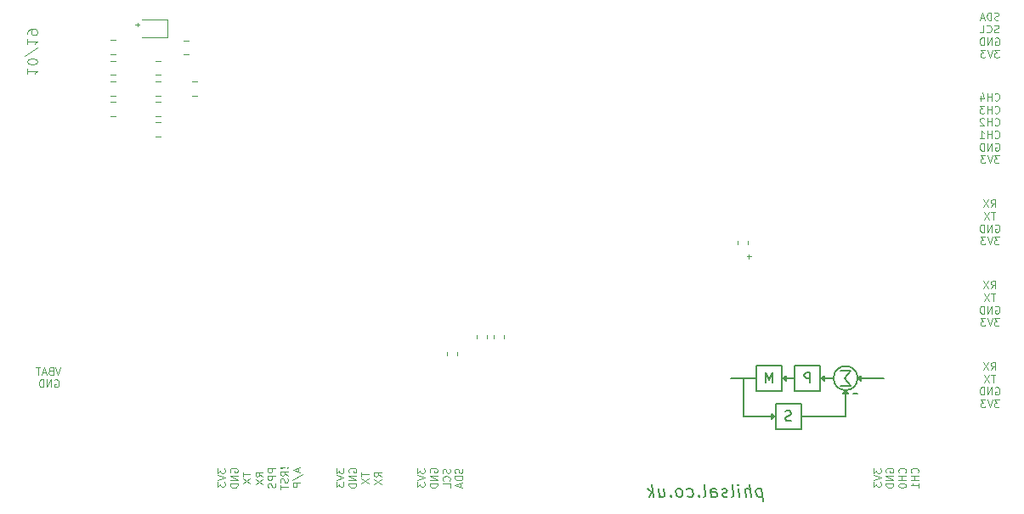
<source format=gbo>
G04 #@! TF.GenerationSoftware,KiCad,Pcbnew,(5.1.2)-2*
G04 #@! TF.CreationDate,2019-10-30T14:31:15+01:00*
G04 #@! TF.ProjectId,Hades,48616465-732e-46b6-9963-61645f706362,rev?*
G04 #@! TF.SameCoordinates,Original*
G04 #@! TF.FileFunction,Legend,Bot*
G04 #@! TF.FilePolarity,Positive*
%FSLAX46Y46*%
G04 Gerber Fmt 4.6, Leading zero omitted, Abs format (unit mm)*
G04 Created by KiCad (PCBNEW (5.1.2)-2) date 2019-10-30 14:31:15*
%MOMM*%
%LPD*%
G04 APERTURE LIST*
%ADD10C,0.050000*%
%ADD11C,0.100000*%
%ADD12C,0.150000*%
%ADD13C,0.120000*%
G04 APERTURE END LIST*
D10*
X98513876Y-60335314D02*
X98132923Y-60335314D01*
X98323400Y-60525790D02*
X98323400Y-60144838D01*
X37579276Y-37195914D02*
X37198323Y-37195914D01*
X37388800Y-37386390D02*
X37388800Y-37005438D01*
D11*
X26420819Y-41544666D02*
X26420819Y-42116095D01*
X26420819Y-41830380D02*
X27420819Y-41830380D01*
X27277961Y-41925619D01*
X27182723Y-42020857D01*
X27135104Y-42116095D01*
X27420819Y-40925619D02*
X27420819Y-40830380D01*
X27373200Y-40735142D01*
X27325580Y-40687523D01*
X27230342Y-40639904D01*
X27039866Y-40592285D01*
X26801771Y-40592285D01*
X26611295Y-40639904D01*
X26516057Y-40687523D01*
X26468438Y-40735142D01*
X26420819Y-40830380D01*
X26420819Y-40925619D01*
X26468438Y-41020857D01*
X26516057Y-41068476D01*
X26611295Y-41116095D01*
X26801771Y-41163714D01*
X27039866Y-41163714D01*
X27230342Y-41116095D01*
X27325580Y-41068476D01*
X27373200Y-41020857D01*
X27420819Y-40925619D01*
X27468438Y-39449428D02*
X26182723Y-40306571D01*
X26420819Y-38592285D02*
X26420819Y-39163714D01*
X26420819Y-38878000D02*
X27420819Y-38878000D01*
X27277961Y-38973238D01*
X27182723Y-39068476D01*
X27135104Y-39163714D01*
X26420819Y-38116095D02*
X26420819Y-37925619D01*
X26468438Y-37830380D01*
X26516057Y-37782761D01*
X26658914Y-37687523D01*
X26849390Y-37639904D01*
X27230342Y-37639904D01*
X27325580Y-37687523D01*
X27373200Y-37735142D01*
X27420819Y-37830380D01*
X27420819Y-38020857D01*
X27373200Y-38116095D01*
X27325580Y-38163714D01*
X27230342Y-38211333D01*
X26992247Y-38211333D01*
X26897009Y-38163714D01*
X26849390Y-38116095D01*
X26801771Y-38020857D01*
X26801771Y-37830380D01*
X26849390Y-37735142D01*
X26897009Y-37687523D01*
X26992247Y-37639904D01*
D12*
X99559267Y-83488642D02*
X99715517Y-84738642D01*
X99566708Y-83548166D02*
X99440220Y-83488642D01*
X99202125Y-83488642D01*
X99090517Y-83548166D01*
X99038434Y-83607690D01*
X98993791Y-83726738D01*
X99038434Y-84083880D01*
X99112839Y-84202928D01*
X99179803Y-84262452D01*
X99306291Y-84321976D01*
X99544386Y-84321976D01*
X99655994Y-84262452D01*
X98532482Y-84321976D02*
X98376232Y-83071976D01*
X97996767Y-84321976D02*
X97914922Y-83667214D01*
X97959565Y-83548166D01*
X98071172Y-83488642D01*
X98249744Y-83488642D01*
X98376232Y-83548166D01*
X98443196Y-83607690D01*
X97401529Y-84321976D02*
X97297363Y-83488642D01*
X97245279Y-83071976D02*
X97312244Y-83131500D01*
X97260160Y-83191023D01*
X97193196Y-83131500D01*
X97245279Y-83071976D01*
X97260160Y-83191023D01*
X96627720Y-84321976D02*
X96739327Y-84262452D01*
X96783970Y-84143404D01*
X96650041Y-83071976D01*
X96203613Y-84262452D02*
X96092005Y-84321976D01*
X95853910Y-84321976D01*
X95727422Y-84262452D01*
X95653017Y-84143404D01*
X95645577Y-84083880D01*
X95690220Y-83964833D01*
X95801827Y-83905309D01*
X95980398Y-83905309D01*
X96092005Y-83845785D01*
X96136648Y-83726738D01*
X96129208Y-83667214D01*
X96054803Y-83548166D01*
X95928315Y-83488642D01*
X95749744Y-83488642D01*
X95638136Y-83548166D01*
X94603910Y-84321976D02*
X94522065Y-83667214D01*
X94566708Y-83548166D01*
X94678315Y-83488642D01*
X94916410Y-83488642D01*
X95042898Y-83548166D01*
X94596470Y-84262452D02*
X94722958Y-84321976D01*
X95020577Y-84321976D01*
X95132184Y-84262452D01*
X95176827Y-84143404D01*
X95161946Y-84024357D01*
X95087541Y-83905309D01*
X94961053Y-83845785D01*
X94663434Y-83845785D01*
X94536946Y-83786261D01*
X93830101Y-84321976D02*
X93941708Y-84262452D01*
X93986351Y-84143404D01*
X93852422Y-83071976D01*
X93339029Y-84202928D02*
X93286946Y-84262452D01*
X93353910Y-84321976D01*
X93405994Y-84262452D01*
X93339029Y-84202928D01*
X93353910Y-84321976D01*
X92215517Y-84262452D02*
X92342005Y-84321976D01*
X92580101Y-84321976D01*
X92691708Y-84262452D01*
X92743791Y-84202928D01*
X92788434Y-84083880D01*
X92743791Y-83726738D01*
X92669386Y-83607690D01*
X92602422Y-83548166D01*
X92475934Y-83488642D01*
X92237839Y-83488642D01*
X92126232Y-83548166D01*
X91508672Y-84321976D02*
X91620279Y-84262452D01*
X91672363Y-84202928D01*
X91717005Y-84083880D01*
X91672363Y-83726738D01*
X91597958Y-83607690D01*
X91530994Y-83548166D01*
X91404505Y-83488642D01*
X91225934Y-83488642D01*
X91114327Y-83548166D01*
X91062244Y-83607690D01*
X91017601Y-83726738D01*
X91062244Y-84083880D01*
X91136648Y-84202928D01*
X91203613Y-84262452D01*
X91330101Y-84321976D01*
X91508672Y-84321976D01*
X90541410Y-84202928D02*
X90489327Y-84262452D01*
X90556291Y-84321976D01*
X90608375Y-84262452D01*
X90541410Y-84202928D01*
X90556291Y-84321976D01*
X89321172Y-83488642D02*
X89425339Y-84321976D01*
X89856886Y-83488642D02*
X89938732Y-84143404D01*
X89894089Y-84262452D01*
X89782482Y-84321976D01*
X89603910Y-84321976D01*
X89477422Y-84262452D01*
X89410458Y-84202928D01*
X88830101Y-84321976D02*
X88673851Y-83071976D01*
X88651529Y-83845785D02*
X88353910Y-84321976D01*
X88249744Y-83488642D02*
X88785458Y-83964833D01*
D11*
X29743642Y-71369685D02*
X29493642Y-72119685D01*
X29243642Y-71369685D01*
X28743642Y-71726828D02*
X28636500Y-71762542D01*
X28600785Y-71798257D01*
X28565071Y-71869685D01*
X28565071Y-71976828D01*
X28600785Y-72048257D01*
X28636500Y-72083971D01*
X28707928Y-72119685D01*
X28993642Y-72119685D01*
X28993642Y-71369685D01*
X28743642Y-71369685D01*
X28672214Y-71405400D01*
X28636500Y-71441114D01*
X28600785Y-71512542D01*
X28600785Y-71583971D01*
X28636500Y-71655400D01*
X28672214Y-71691114D01*
X28743642Y-71726828D01*
X28993642Y-71726828D01*
X28279357Y-71905400D02*
X27922214Y-71905400D01*
X28350785Y-72119685D02*
X28100785Y-71369685D01*
X27850785Y-72119685D01*
X27707928Y-71369685D02*
X27279357Y-71369685D01*
X27493642Y-72119685D02*
X27493642Y-71369685D01*
X29146428Y-72650000D02*
X29217857Y-72614285D01*
X29325000Y-72614285D01*
X29432142Y-72650000D01*
X29503571Y-72721428D01*
X29539285Y-72792857D01*
X29575000Y-72935714D01*
X29575000Y-73042857D01*
X29539285Y-73185714D01*
X29503571Y-73257142D01*
X29432142Y-73328571D01*
X29325000Y-73364285D01*
X29253571Y-73364285D01*
X29146428Y-73328571D01*
X29110714Y-73292857D01*
X29110714Y-73042857D01*
X29253571Y-73042857D01*
X28789285Y-73364285D02*
X28789285Y-72614285D01*
X28360714Y-73364285D01*
X28360714Y-72614285D01*
X28003571Y-73364285D02*
X28003571Y-72614285D01*
X27825000Y-72614285D01*
X27717857Y-72650000D01*
X27646428Y-72721428D01*
X27610714Y-72792857D01*
X27575000Y-72935714D01*
X27575000Y-73042857D01*
X27610714Y-73185714D01*
X27646428Y-73257142D01*
X27717857Y-73328571D01*
X27825000Y-73364285D01*
X28003571Y-73364285D01*
X45372785Y-81494428D02*
X45372785Y-81958714D01*
X45658500Y-81708714D01*
X45658500Y-81815857D01*
X45694214Y-81887285D01*
X45729928Y-81923000D01*
X45801357Y-81958714D01*
X45979928Y-81958714D01*
X46051357Y-81923000D01*
X46087071Y-81887285D01*
X46122785Y-81815857D01*
X46122785Y-81601571D01*
X46087071Y-81530142D01*
X46051357Y-81494428D01*
X45372785Y-82173000D02*
X46122785Y-82423000D01*
X45372785Y-82673000D01*
X45372785Y-82851571D02*
X45372785Y-83315857D01*
X45658500Y-83065857D01*
X45658500Y-83173000D01*
X45694214Y-83244428D01*
X45729928Y-83280142D01*
X45801357Y-83315857D01*
X45979928Y-83315857D01*
X46051357Y-83280142D01*
X46087071Y-83244428D01*
X46122785Y-83173000D01*
X46122785Y-82958714D01*
X46087071Y-82887285D01*
X46051357Y-82851571D01*
X46665800Y-81851571D02*
X46630085Y-81780142D01*
X46630085Y-81673000D01*
X46665800Y-81565857D01*
X46737228Y-81494428D01*
X46808657Y-81458714D01*
X46951514Y-81423000D01*
X47058657Y-81423000D01*
X47201514Y-81458714D01*
X47272942Y-81494428D01*
X47344371Y-81565857D01*
X47380085Y-81673000D01*
X47380085Y-81744428D01*
X47344371Y-81851571D01*
X47308657Y-81887285D01*
X47058657Y-81887285D01*
X47058657Y-81744428D01*
X47380085Y-82208714D02*
X46630085Y-82208714D01*
X47380085Y-82637285D01*
X46630085Y-82637285D01*
X47380085Y-82994428D02*
X46630085Y-82994428D01*
X46630085Y-83173000D01*
X46665800Y-83280142D01*
X46737228Y-83351571D01*
X46808657Y-83387285D01*
X46951514Y-83423000D01*
X47058657Y-83423000D01*
X47201514Y-83387285D01*
X47272942Y-83351571D01*
X47344371Y-83280142D01*
X47380085Y-83173000D01*
X47380085Y-82994428D01*
X47874685Y-81851571D02*
X47874685Y-82280142D01*
X48624685Y-82065857D02*
X47874685Y-82065857D01*
X47874685Y-82458714D02*
X48624685Y-82958714D01*
X47874685Y-82958714D02*
X48624685Y-82458714D01*
X49894685Y-82298000D02*
X49537542Y-82048000D01*
X49894685Y-81869428D02*
X49144685Y-81869428D01*
X49144685Y-82155142D01*
X49180400Y-82226571D01*
X49216114Y-82262285D01*
X49287542Y-82298000D01*
X49394685Y-82298000D01*
X49466114Y-82262285D01*
X49501828Y-82226571D01*
X49537542Y-82155142D01*
X49537542Y-81869428D01*
X49144685Y-82548000D02*
X49894685Y-83048000D01*
X49144685Y-83048000D02*
X49894685Y-82548000D01*
X51139285Y-81494428D02*
X50389285Y-81494428D01*
X50389285Y-81780142D01*
X50425000Y-81851571D01*
X50460714Y-81887285D01*
X50532142Y-81923000D01*
X50639285Y-81923000D01*
X50710714Y-81887285D01*
X50746428Y-81851571D01*
X50782142Y-81780142D01*
X50782142Y-81494428D01*
X51139285Y-82244428D02*
X50389285Y-82244428D01*
X50389285Y-82530142D01*
X50425000Y-82601571D01*
X50460714Y-82637285D01*
X50532142Y-82673000D01*
X50639285Y-82673000D01*
X50710714Y-82637285D01*
X50746428Y-82601571D01*
X50782142Y-82530142D01*
X50782142Y-82244428D01*
X51103571Y-82958714D02*
X51139285Y-83065857D01*
X51139285Y-83244428D01*
X51103571Y-83315857D01*
X51067857Y-83351571D01*
X50996428Y-83387285D01*
X50925000Y-83387285D01*
X50853571Y-83351571D01*
X50817857Y-83315857D01*
X50782142Y-83244428D01*
X50746428Y-83101571D01*
X50710714Y-83030142D01*
X50675000Y-82994428D01*
X50603571Y-82958714D01*
X50532142Y-82958714D01*
X50460714Y-82994428D01*
X50425000Y-83030142D01*
X50389285Y-83101571D01*
X50389285Y-83280142D01*
X50425000Y-83387285D01*
X52312457Y-81405142D02*
X52348171Y-81440857D01*
X52383885Y-81405142D01*
X52348171Y-81369428D01*
X52312457Y-81405142D01*
X52383885Y-81405142D01*
X52098171Y-81405142D02*
X51669600Y-81369428D01*
X51633885Y-81405142D01*
X51669600Y-81440857D01*
X52098171Y-81405142D01*
X51633885Y-81405142D01*
X52383885Y-82190857D02*
X52026742Y-81940857D01*
X52383885Y-81762285D02*
X51633885Y-81762285D01*
X51633885Y-82048000D01*
X51669600Y-82119428D01*
X51705314Y-82155142D01*
X51776742Y-82190857D01*
X51883885Y-82190857D01*
X51955314Y-82155142D01*
X51991028Y-82119428D01*
X52026742Y-82048000D01*
X52026742Y-81762285D01*
X52348171Y-82476571D02*
X52383885Y-82583714D01*
X52383885Y-82762285D01*
X52348171Y-82833714D01*
X52312457Y-82869428D01*
X52241028Y-82905142D01*
X52169600Y-82905142D01*
X52098171Y-82869428D01*
X52062457Y-82833714D01*
X52026742Y-82762285D01*
X51991028Y-82619428D01*
X51955314Y-82548000D01*
X51919600Y-82512285D01*
X51848171Y-82476571D01*
X51776742Y-82476571D01*
X51705314Y-82512285D01*
X51669600Y-82548000D01*
X51633885Y-82619428D01*
X51633885Y-82798000D01*
X51669600Y-82905142D01*
X51633885Y-83119428D02*
X51633885Y-83548000D01*
X52383885Y-83333714D02*
X51633885Y-83333714D01*
X53414200Y-81476571D02*
X53414200Y-81833714D01*
X53628485Y-81405142D02*
X52878485Y-81655142D01*
X53628485Y-81905142D01*
X52842771Y-82690857D02*
X53807057Y-82048000D01*
X53628485Y-82940857D02*
X52878485Y-82940857D01*
X52878485Y-83226571D01*
X52914200Y-83298000D01*
X52949914Y-83333714D01*
X53021342Y-83369428D01*
X53128485Y-83369428D01*
X53199914Y-83333714D01*
X53235628Y-83298000D01*
X53271342Y-83226571D01*
X53271342Y-82940857D01*
X57196485Y-81494428D02*
X57196485Y-81958714D01*
X57482200Y-81708714D01*
X57482200Y-81815857D01*
X57517914Y-81887285D01*
X57553628Y-81923000D01*
X57625057Y-81958714D01*
X57803628Y-81958714D01*
X57875057Y-81923000D01*
X57910771Y-81887285D01*
X57946485Y-81815857D01*
X57946485Y-81601571D01*
X57910771Y-81530142D01*
X57875057Y-81494428D01*
X57196485Y-82173000D02*
X57946485Y-82423000D01*
X57196485Y-82673000D01*
X57196485Y-82851571D02*
X57196485Y-83315857D01*
X57482200Y-83065857D01*
X57482200Y-83173000D01*
X57517914Y-83244428D01*
X57553628Y-83280142D01*
X57625057Y-83315857D01*
X57803628Y-83315857D01*
X57875057Y-83280142D01*
X57910771Y-83244428D01*
X57946485Y-83173000D01*
X57946485Y-82958714D01*
X57910771Y-82887285D01*
X57875057Y-82851571D01*
X58489500Y-81851571D02*
X58453785Y-81780142D01*
X58453785Y-81673000D01*
X58489500Y-81565857D01*
X58560928Y-81494428D01*
X58632357Y-81458714D01*
X58775214Y-81423000D01*
X58882357Y-81423000D01*
X59025214Y-81458714D01*
X59096642Y-81494428D01*
X59168071Y-81565857D01*
X59203785Y-81673000D01*
X59203785Y-81744428D01*
X59168071Y-81851571D01*
X59132357Y-81887285D01*
X58882357Y-81887285D01*
X58882357Y-81744428D01*
X59203785Y-82208714D02*
X58453785Y-82208714D01*
X59203785Y-82637285D01*
X58453785Y-82637285D01*
X59203785Y-82994428D02*
X58453785Y-82994428D01*
X58453785Y-83173000D01*
X58489500Y-83280142D01*
X58560928Y-83351571D01*
X58632357Y-83387285D01*
X58775214Y-83423000D01*
X58882357Y-83423000D01*
X59025214Y-83387285D01*
X59096642Y-83351571D01*
X59168071Y-83280142D01*
X59203785Y-83173000D01*
X59203785Y-82994428D01*
X59711085Y-81851571D02*
X59711085Y-82280142D01*
X60461085Y-82065857D02*
X59711085Y-82065857D01*
X59711085Y-82458714D02*
X60461085Y-82958714D01*
X59711085Y-82958714D02*
X60461085Y-82458714D01*
X61705685Y-82298000D02*
X61348542Y-82048000D01*
X61705685Y-81869428D02*
X60955685Y-81869428D01*
X60955685Y-82155142D01*
X60991400Y-82226571D01*
X61027114Y-82262285D01*
X61098542Y-82298000D01*
X61205685Y-82298000D01*
X61277114Y-82262285D01*
X61312828Y-82226571D01*
X61348542Y-82155142D01*
X61348542Y-81869428D01*
X60955685Y-82548000D02*
X61705685Y-83048000D01*
X60955685Y-83048000D02*
X61705685Y-82548000D01*
X65273685Y-81494428D02*
X65273685Y-81958714D01*
X65559400Y-81708714D01*
X65559400Y-81815857D01*
X65595114Y-81887285D01*
X65630828Y-81923000D01*
X65702257Y-81958714D01*
X65880828Y-81958714D01*
X65952257Y-81923000D01*
X65987971Y-81887285D01*
X66023685Y-81815857D01*
X66023685Y-81601571D01*
X65987971Y-81530142D01*
X65952257Y-81494428D01*
X65273685Y-82173000D02*
X66023685Y-82423000D01*
X65273685Y-82673000D01*
X65273685Y-82851571D02*
X65273685Y-83315857D01*
X65559400Y-83065857D01*
X65559400Y-83173000D01*
X65595114Y-83244428D01*
X65630828Y-83280142D01*
X65702257Y-83315857D01*
X65880828Y-83315857D01*
X65952257Y-83280142D01*
X65987971Y-83244428D01*
X66023685Y-83173000D01*
X66023685Y-82958714D01*
X65987971Y-82887285D01*
X65952257Y-82851571D01*
X66554000Y-81851571D02*
X66518285Y-81780142D01*
X66518285Y-81673000D01*
X66554000Y-81565857D01*
X66625428Y-81494428D01*
X66696857Y-81458714D01*
X66839714Y-81423000D01*
X66946857Y-81423000D01*
X67089714Y-81458714D01*
X67161142Y-81494428D01*
X67232571Y-81565857D01*
X67268285Y-81673000D01*
X67268285Y-81744428D01*
X67232571Y-81851571D01*
X67196857Y-81887285D01*
X66946857Y-81887285D01*
X66946857Y-81744428D01*
X67268285Y-82208714D02*
X66518285Y-82208714D01*
X67268285Y-82637285D01*
X66518285Y-82637285D01*
X67268285Y-82994428D02*
X66518285Y-82994428D01*
X66518285Y-83173000D01*
X66554000Y-83280142D01*
X66625428Y-83351571D01*
X66696857Y-83387285D01*
X66839714Y-83423000D01*
X66946857Y-83423000D01*
X67089714Y-83387285D01*
X67161142Y-83351571D01*
X67232571Y-83280142D01*
X67268285Y-83173000D01*
X67268285Y-82994428D01*
X68502571Y-81530142D02*
X68538285Y-81637285D01*
X68538285Y-81815857D01*
X68502571Y-81887285D01*
X68466857Y-81923000D01*
X68395428Y-81958714D01*
X68324000Y-81958714D01*
X68252571Y-81923000D01*
X68216857Y-81887285D01*
X68181142Y-81815857D01*
X68145428Y-81673000D01*
X68109714Y-81601571D01*
X68074000Y-81565857D01*
X68002571Y-81530142D01*
X67931142Y-81530142D01*
X67859714Y-81565857D01*
X67824000Y-81601571D01*
X67788285Y-81673000D01*
X67788285Y-81851571D01*
X67824000Y-81958714D01*
X68466857Y-82708714D02*
X68502571Y-82673000D01*
X68538285Y-82565857D01*
X68538285Y-82494428D01*
X68502571Y-82387285D01*
X68431142Y-82315857D01*
X68359714Y-82280142D01*
X68216857Y-82244428D01*
X68109714Y-82244428D01*
X67966857Y-82280142D01*
X67895428Y-82315857D01*
X67824000Y-82387285D01*
X67788285Y-82494428D01*
X67788285Y-82565857D01*
X67824000Y-82673000D01*
X67859714Y-82708714D01*
X68538285Y-83387285D02*
X68538285Y-83030142D01*
X67788285Y-83030142D01*
X69747171Y-81512285D02*
X69782885Y-81619428D01*
X69782885Y-81798000D01*
X69747171Y-81869428D01*
X69711457Y-81905142D01*
X69640028Y-81940857D01*
X69568600Y-81940857D01*
X69497171Y-81905142D01*
X69461457Y-81869428D01*
X69425742Y-81798000D01*
X69390028Y-81655142D01*
X69354314Y-81583714D01*
X69318600Y-81548000D01*
X69247171Y-81512285D01*
X69175742Y-81512285D01*
X69104314Y-81548000D01*
X69068600Y-81583714D01*
X69032885Y-81655142D01*
X69032885Y-81833714D01*
X69068600Y-81940857D01*
X69782885Y-82262285D02*
X69032885Y-82262285D01*
X69032885Y-82440857D01*
X69068600Y-82548000D01*
X69140028Y-82619428D01*
X69211457Y-82655142D01*
X69354314Y-82690857D01*
X69461457Y-82690857D01*
X69604314Y-82655142D01*
X69675742Y-82619428D01*
X69747171Y-82548000D01*
X69782885Y-82440857D01*
X69782885Y-82262285D01*
X69568600Y-82976571D02*
X69568600Y-83333714D01*
X69782885Y-82905142D02*
X69032885Y-83155142D01*
X69782885Y-83405142D01*
X110714285Y-81494428D02*
X110714285Y-81958714D01*
X111000000Y-81708714D01*
X111000000Y-81815857D01*
X111035714Y-81887285D01*
X111071428Y-81923000D01*
X111142857Y-81958714D01*
X111321428Y-81958714D01*
X111392857Y-81923000D01*
X111428571Y-81887285D01*
X111464285Y-81815857D01*
X111464285Y-81601571D01*
X111428571Y-81530142D01*
X111392857Y-81494428D01*
X110714285Y-82173000D02*
X111464285Y-82423000D01*
X110714285Y-82673000D01*
X110714285Y-82851571D02*
X110714285Y-83315857D01*
X111000000Y-83065857D01*
X111000000Y-83173000D01*
X111035714Y-83244428D01*
X111071428Y-83280142D01*
X111142857Y-83315857D01*
X111321428Y-83315857D01*
X111392857Y-83280142D01*
X111428571Y-83244428D01*
X111464285Y-83173000D01*
X111464285Y-82958714D01*
X111428571Y-82887285D01*
X111392857Y-82851571D01*
X111994600Y-81851571D02*
X111958885Y-81780142D01*
X111958885Y-81673000D01*
X111994600Y-81565857D01*
X112066028Y-81494428D01*
X112137457Y-81458714D01*
X112280314Y-81423000D01*
X112387457Y-81423000D01*
X112530314Y-81458714D01*
X112601742Y-81494428D01*
X112673171Y-81565857D01*
X112708885Y-81673000D01*
X112708885Y-81744428D01*
X112673171Y-81851571D01*
X112637457Y-81887285D01*
X112387457Y-81887285D01*
X112387457Y-81744428D01*
X112708885Y-82208714D02*
X111958885Y-82208714D01*
X112708885Y-82637285D01*
X111958885Y-82637285D01*
X112708885Y-82994428D02*
X111958885Y-82994428D01*
X111958885Y-83173000D01*
X111994600Y-83280142D01*
X112066028Y-83351571D01*
X112137457Y-83387285D01*
X112280314Y-83423000D01*
X112387457Y-83423000D01*
X112530314Y-83387285D01*
X112601742Y-83351571D01*
X112673171Y-83280142D01*
X112708885Y-83173000D01*
X112708885Y-82994428D01*
X113882057Y-81905142D02*
X113917771Y-81869428D01*
X113953485Y-81762285D01*
X113953485Y-81690857D01*
X113917771Y-81583714D01*
X113846342Y-81512285D01*
X113774914Y-81476571D01*
X113632057Y-81440857D01*
X113524914Y-81440857D01*
X113382057Y-81476571D01*
X113310628Y-81512285D01*
X113239200Y-81583714D01*
X113203485Y-81690857D01*
X113203485Y-81762285D01*
X113239200Y-81869428D01*
X113274914Y-81905142D01*
X113953485Y-82226571D02*
X113203485Y-82226571D01*
X113560628Y-82226571D02*
X113560628Y-82655142D01*
X113953485Y-82655142D02*
X113203485Y-82655142D01*
X113203485Y-83155142D02*
X113203485Y-83226571D01*
X113239200Y-83298000D01*
X113274914Y-83333714D01*
X113346342Y-83369428D01*
X113489200Y-83405142D01*
X113667771Y-83405142D01*
X113810628Y-83369428D01*
X113882057Y-83333714D01*
X113917771Y-83298000D01*
X113953485Y-83226571D01*
X113953485Y-83155142D01*
X113917771Y-83083714D01*
X113882057Y-83048000D01*
X113810628Y-83012285D01*
X113667771Y-82976571D01*
X113489200Y-82976571D01*
X113346342Y-83012285D01*
X113274914Y-83048000D01*
X113239200Y-83083714D01*
X113203485Y-83155142D01*
X115139357Y-81905142D02*
X115175071Y-81869428D01*
X115210785Y-81762285D01*
X115210785Y-81690857D01*
X115175071Y-81583714D01*
X115103642Y-81512285D01*
X115032214Y-81476571D01*
X114889357Y-81440857D01*
X114782214Y-81440857D01*
X114639357Y-81476571D01*
X114567928Y-81512285D01*
X114496500Y-81583714D01*
X114460785Y-81690857D01*
X114460785Y-81762285D01*
X114496500Y-81869428D01*
X114532214Y-81905142D01*
X115210785Y-82226571D02*
X114460785Y-82226571D01*
X114817928Y-82226571D02*
X114817928Y-82655142D01*
X115210785Y-82655142D02*
X114460785Y-82655142D01*
X115210785Y-83405142D02*
X115210785Y-82976571D01*
X115210785Y-83190857D02*
X114460785Y-83190857D01*
X114567928Y-83119428D01*
X114639357Y-83048000D01*
X114675071Y-82976571D01*
X123229571Y-74646285D02*
X122765285Y-74646285D01*
X123015285Y-74932000D01*
X122908142Y-74932000D01*
X122836714Y-74967714D01*
X122801000Y-75003428D01*
X122765285Y-75074857D01*
X122765285Y-75253428D01*
X122801000Y-75324857D01*
X122836714Y-75360571D01*
X122908142Y-75396285D01*
X123122428Y-75396285D01*
X123193857Y-75360571D01*
X123229571Y-75324857D01*
X122551000Y-74646285D02*
X122301000Y-75396285D01*
X122051000Y-74646285D01*
X121872428Y-74646285D02*
X121408142Y-74646285D01*
X121658142Y-74932000D01*
X121551000Y-74932000D01*
X121479571Y-74967714D01*
X121443857Y-75003428D01*
X121408142Y-75074857D01*
X121408142Y-75253428D01*
X121443857Y-75324857D01*
X121479571Y-75360571D01*
X121551000Y-75396285D01*
X121765285Y-75396285D01*
X121836714Y-75360571D01*
X121872428Y-75324857D01*
X122872428Y-73412000D02*
X122943857Y-73376285D01*
X123051000Y-73376285D01*
X123158142Y-73412000D01*
X123229571Y-73483428D01*
X123265285Y-73554857D01*
X123301000Y-73697714D01*
X123301000Y-73804857D01*
X123265285Y-73947714D01*
X123229571Y-74019142D01*
X123158142Y-74090571D01*
X123051000Y-74126285D01*
X122979571Y-74126285D01*
X122872428Y-74090571D01*
X122836714Y-74054857D01*
X122836714Y-73804857D01*
X122979571Y-73804857D01*
X122515285Y-74126285D02*
X122515285Y-73376285D01*
X122086714Y-74126285D01*
X122086714Y-73376285D01*
X121729571Y-74126285D02*
X121729571Y-73376285D01*
X121551000Y-73376285D01*
X121443857Y-73412000D01*
X121372428Y-73483428D01*
X121336714Y-73554857D01*
X121301000Y-73697714D01*
X121301000Y-73804857D01*
X121336714Y-73947714D01*
X121372428Y-74019142D01*
X121443857Y-74090571D01*
X121551000Y-74126285D01*
X121729571Y-74126285D01*
X122872428Y-72157085D02*
X122443857Y-72157085D01*
X122658142Y-72907085D02*
X122658142Y-72157085D01*
X122265285Y-72157085D02*
X121765285Y-72907085D01*
X121765285Y-72157085D02*
X122265285Y-72907085D01*
X122426000Y-71649785D02*
X122676000Y-71292642D01*
X122854571Y-71649785D02*
X122854571Y-70899785D01*
X122568857Y-70899785D01*
X122497428Y-70935500D01*
X122461714Y-70971214D01*
X122426000Y-71042642D01*
X122426000Y-71149785D01*
X122461714Y-71221214D01*
X122497428Y-71256928D01*
X122568857Y-71292642D01*
X122854571Y-71292642D01*
X122176000Y-70899785D02*
X121676000Y-71649785D01*
X121676000Y-70899785D02*
X122176000Y-71649785D01*
X123229571Y-66518285D02*
X122765285Y-66518285D01*
X123015285Y-66804000D01*
X122908142Y-66804000D01*
X122836714Y-66839714D01*
X122801000Y-66875428D01*
X122765285Y-66946857D01*
X122765285Y-67125428D01*
X122801000Y-67196857D01*
X122836714Y-67232571D01*
X122908142Y-67268285D01*
X123122428Y-67268285D01*
X123193857Y-67232571D01*
X123229571Y-67196857D01*
X122551000Y-66518285D02*
X122301000Y-67268285D01*
X122051000Y-66518285D01*
X121872428Y-66518285D02*
X121408142Y-66518285D01*
X121658142Y-66804000D01*
X121551000Y-66804000D01*
X121479571Y-66839714D01*
X121443857Y-66875428D01*
X121408142Y-66946857D01*
X121408142Y-67125428D01*
X121443857Y-67196857D01*
X121479571Y-67232571D01*
X121551000Y-67268285D01*
X121765285Y-67268285D01*
X121836714Y-67232571D01*
X121872428Y-67196857D01*
X122872428Y-65309400D02*
X122943857Y-65273685D01*
X123051000Y-65273685D01*
X123158142Y-65309400D01*
X123229571Y-65380828D01*
X123265285Y-65452257D01*
X123301000Y-65595114D01*
X123301000Y-65702257D01*
X123265285Y-65845114D01*
X123229571Y-65916542D01*
X123158142Y-65987971D01*
X123051000Y-66023685D01*
X122979571Y-66023685D01*
X122872428Y-65987971D01*
X122836714Y-65952257D01*
X122836714Y-65702257D01*
X122979571Y-65702257D01*
X122515285Y-66023685D02*
X122515285Y-65273685D01*
X122086714Y-66023685D01*
X122086714Y-65273685D01*
X121729571Y-66023685D02*
X121729571Y-65273685D01*
X121551000Y-65273685D01*
X121443857Y-65309400D01*
X121372428Y-65380828D01*
X121336714Y-65452257D01*
X121301000Y-65595114D01*
X121301000Y-65702257D01*
X121336714Y-65845114D01*
X121372428Y-65916542D01*
X121443857Y-65987971D01*
X121551000Y-66023685D01*
X121729571Y-66023685D01*
X122872428Y-64029085D02*
X122443857Y-64029085D01*
X122658142Y-64779085D02*
X122658142Y-64029085D01*
X122265285Y-64029085D02*
X121765285Y-64779085D01*
X121765285Y-64029085D02*
X122265285Y-64779085D01*
X122426000Y-63521785D02*
X122676000Y-63164642D01*
X122854571Y-63521785D02*
X122854571Y-62771785D01*
X122568857Y-62771785D01*
X122497428Y-62807500D01*
X122461714Y-62843214D01*
X122426000Y-62914642D01*
X122426000Y-63021785D01*
X122461714Y-63093214D01*
X122497428Y-63128928D01*
X122568857Y-63164642D01*
X122854571Y-63164642D01*
X122176000Y-62771785D02*
X121676000Y-63521785D01*
X121676000Y-62771785D02*
X122176000Y-63521785D01*
X123229571Y-58390285D02*
X122765285Y-58390285D01*
X123015285Y-58676000D01*
X122908142Y-58676000D01*
X122836714Y-58711714D01*
X122801000Y-58747428D01*
X122765285Y-58818857D01*
X122765285Y-58997428D01*
X122801000Y-59068857D01*
X122836714Y-59104571D01*
X122908142Y-59140285D01*
X123122428Y-59140285D01*
X123193857Y-59104571D01*
X123229571Y-59068857D01*
X122551000Y-58390285D02*
X122301000Y-59140285D01*
X122051000Y-58390285D01*
X121872428Y-58390285D02*
X121408142Y-58390285D01*
X121658142Y-58676000D01*
X121551000Y-58676000D01*
X121479571Y-58711714D01*
X121443857Y-58747428D01*
X121408142Y-58818857D01*
X121408142Y-58997428D01*
X121443857Y-59068857D01*
X121479571Y-59104571D01*
X121551000Y-59140285D01*
X121765285Y-59140285D01*
X121836714Y-59104571D01*
X121872428Y-59068857D01*
X122872428Y-57181400D02*
X122943857Y-57145685D01*
X123051000Y-57145685D01*
X123158142Y-57181400D01*
X123229571Y-57252828D01*
X123265285Y-57324257D01*
X123301000Y-57467114D01*
X123301000Y-57574257D01*
X123265285Y-57717114D01*
X123229571Y-57788542D01*
X123158142Y-57859971D01*
X123051000Y-57895685D01*
X122979571Y-57895685D01*
X122872428Y-57859971D01*
X122836714Y-57824257D01*
X122836714Y-57574257D01*
X122979571Y-57574257D01*
X122515285Y-57895685D02*
X122515285Y-57145685D01*
X122086714Y-57895685D01*
X122086714Y-57145685D01*
X121729571Y-57895685D02*
X121729571Y-57145685D01*
X121551000Y-57145685D01*
X121443857Y-57181400D01*
X121372428Y-57252828D01*
X121336714Y-57324257D01*
X121301000Y-57467114D01*
X121301000Y-57574257D01*
X121336714Y-57717114D01*
X121372428Y-57788542D01*
X121443857Y-57859971D01*
X121551000Y-57895685D01*
X121729571Y-57895685D01*
X122872428Y-55901085D02*
X122443857Y-55901085D01*
X122658142Y-56651085D02*
X122658142Y-55901085D01*
X122265285Y-55901085D02*
X121765285Y-56651085D01*
X121765285Y-55901085D02*
X122265285Y-56651085D01*
X122426000Y-55393785D02*
X122676000Y-55036642D01*
X122854571Y-55393785D02*
X122854571Y-54643785D01*
X122568857Y-54643785D01*
X122497428Y-54679500D01*
X122461714Y-54715214D01*
X122426000Y-54786642D01*
X122426000Y-54893785D01*
X122461714Y-54965214D01*
X122497428Y-55000928D01*
X122568857Y-55036642D01*
X122854571Y-55036642D01*
X122176000Y-54643785D02*
X121676000Y-55393785D01*
X121676000Y-54643785D02*
X122176000Y-55393785D01*
X123229571Y-50262285D02*
X122765285Y-50262285D01*
X123015285Y-50548000D01*
X122908142Y-50548000D01*
X122836714Y-50583714D01*
X122801000Y-50619428D01*
X122765285Y-50690857D01*
X122765285Y-50869428D01*
X122801000Y-50940857D01*
X122836714Y-50976571D01*
X122908142Y-51012285D01*
X123122428Y-51012285D01*
X123193857Y-50976571D01*
X123229571Y-50940857D01*
X122551000Y-50262285D02*
X122301000Y-51012285D01*
X122051000Y-50262285D01*
X121872428Y-50262285D02*
X121408142Y-50262285D01*
X121658142Y-50548000D01*
X121551000Y-50548000D01*
X121479571Y-50583714D01*
X121443857Y-50619428D01*
X121408142Y-50690857D01*
X121408142Y-50869428D01*
X121443857Y-50940857D01*
X121479571Y-50976571D01*
X121551000Y-51012285D01*
X121765285Y-51012285D01*
X121836714Y-50976571D01*
X121872428Y-50940857D01*
X122872428Y-49053400D02*
X122943857Y-49017685D01*
X123051000Y-49017685D01*
X123158142Y-49053400D01*
X123229571Y-49124828D01*
X123265285Y-49196257D01*
X123301000Y-49339114D01*
X123301000Y-49446257D01*
X123265285Y-49589114D01*
X123229571Y-49660542D01*
X123158142Y-49731971D01*
X123051000Y-49767685D01*
X122979571Y-49767685D01*
X122872428Y-49731971D01*
X122836714Y-49696257D01*
X122836714Y-49446257D01*
X122979571Y-49446257D01*
X122515285Y-49767685D02*
X122515285Y-49017685D01*
X122086714Y-49767685D01*
X122086714Y-49017685D01*
X121729571Y-49767685D02*
X121729571Y-49017685D01*
X121551000Y-49017685D01*
X121443857Y-49053400D01*
X121372428Y-49124828D01*
X121336714Y-49196257D01*
X121301000Y-49339114D01*
X121301000Y-49446257D01*
X121336714Y-49589114D01*
X121372428Y-49660542D01*
X121443857Y-49731971D01*
X121551000Y-49767685D01*
X121729571Y-49767685D01*
X122818857Y-48451657D02*
X122854571Y-48487371D01*
X122961714Y-48523085D01*
X123033142Y-48523085D01*
X123140285Y-48487371D01*
X123211714Y-48415942D01*
X123247428Y-48344514D01*
X123283142Y-48201657D01*
X123283142Y-48094514D01*
X123247428Y-47951657D01*
X123211714Y-47880228D01*
X123140285Y-47808800D01*
X123033142Y-47773085D01*
X122961714Y-47773085D01*
X122854571Y-47808800D01*
X122818857Y-47844514D01*
X122497428Y-48523085D02*
X122497428Y-47773085D01*
X122497428Y-48130228D02*
X122068857Y-48130228D01*
X122068857Y-48523085D02*
X122068857Y-47773085D01*
X121318857Y-48523085D02*
X121747428Y-48523085D01*
X121533142Y-48523085D02*
X121533142Y-47773085D01*
X121604571Y-47880228D01*
X121676000Y-47951657D01*
X121747428Y-47987371D01*
X122818857Y-47194357D02*
X122854571Y-47230071D01*
X122961714Y-47265785D01*
X123033142Y-47265785D01*
X123140285Y-47230071D01*
X123211714Y-47158642D01*
X123247428Y-47087214D01*
X123283142Y-46944357D01*
X123283142Y-46837214D01*
X123247428Y-46694357D01*
X123211714Y-46622928D01*
X123140285Y-46551500D01*
X123033142Y-46515785D01*
X122961714Y-46515785D01*
X122854571Y-46551500D01*
X122818857Y-46587214D01*
X122497428Y-47265785D02*
X122497428Y-46515785D01*
X122497428Y-46872928D02*
X122068857Y-46872928D01*
X122068857Y-47265785D02*
X122068857Y-46515785D01*
X121747428Y-46587214D02*
X121711714Y-46551500D01*
X121640285Y-46515785D01*
X121461714Y-46515785D01*
X121390285Y-46551500D01*
X121354571Y-46587214D01*
X121318857Y-46658642D01*
X121318857Y-46730071D01*
X121354571Y-46837214D01*
X121783142Y-47265785D01*
X121318857Y-47265785D01*
X122818857Y-45962457D02*
X122854571Y-45998171D01*
X122961714Y-46033885D01*
X123033142Y-46033885D01*
X123140285Y-45998171D01*
X123211714Y-45926742D01*
X123247428Y-45855314D01*
X123283142Y-45712457D01*
X123283142Y-45605314D01*
X123247428Y-45462457D01*
X123211714Y-45391028D01*
X123140285Y-45319600D01*
X123033142Y-45283885D01*
X122961714Y-45283885D01*
X122854571Y-45319600D01*
X122818857Y-45355314D01*
X122497428Y-46033885D02*
X122497428Y-45283885D01*
X122497428Y-45641028D02*
X122068857Y-45641028D01*
X122068857Y-46033885D02*
X122068857Y-45283885D01*
X121783142Y-45283885D02*
X121318857Y-45283885D01*
X121568857Y-45569600D01*
X121461714Y-45569600D01*
X121390285Y-45605314D01*
X121354571Y-45641028D01*
X121318857Y-45712457D01*
X121318857Y-45891028D01*
X121354571Y-45962457D01*
X121390285Y-45998171D01*
X121461714Y-46033885D01*
X121676000Y-46033885D01*
X121747428Y-45998171D01*
X121783142Y-45962457D01*
X122818857Y-44692457D02*
X122854571Y-44728171D01*
X122961714Y-44763885D01*
X123033142Y-44763885D01*
X123140285Y-44728171D01*
X123211714Y-44656742D01*
X123247428Y-44585314D01*
X123283142Y-44442457D01*
X123283142Y-44335314D01*
X123247428Y-44192457D01*
X123211714Y-44121028D01*
X123140285Y-44049600D01*
X123033142Y-44013885D01*
X122961714Y-44013885D01*
X122854571Y-44049600D01*
X122818857Y-44085314D01*
X122497428Y-44763885D02*
X122497428Y-44013885D01*
X122497428Y-44371028D02*
X122068857Y-44371028D01*
X122068857Y-44763885D02*
X122068857Y-44013885D01*
X121390285Y-44263885D02*
X121390285Y-44763885D01*
X121568857Y-43978171D02*
X121747428Y-44513885D01*
X121283142Y-44513885D01*
X123229571Y-39721285D02*
X122765285Y-39721285D01*
X123015285Y-40007000D01*
X122908142Y-40007000D01*
X122836714Y-40042714D01*
X122801000Y-40078428D01*
X122765285Y-40149857D01*
X122765285Y-40328428D01*
X122801000Y-40399857D01*
X122836714Y-40435571D01*
X122908142Y-40471285D01*
X123122428Y-40471285D01*
X123193857Y-40435571D01*
X123229571Y-40399857D01*
X122551000Y-39721285D02*
X122301000Y-40471285D01*
X122051000Y-39721285D01*
X121872428Y-39721285D02*
X121408142Y-39721285D01*
X121658142Y-40007000D01*
X121551000Y-40007000D01*
X121479571Y-40042714D01*
X121443857Y-40078428D01*
X121408142Y-40149857D01*
X121408142Y-40328428D01*
X121443857Y-40399857D01*
X121479571Y-40435571D01*
X121551000Y-40471285D01*
X121765285Y-40471285D01*
X121836714Y-40435571D01*
X121872428Y-40399857D01*
X122872428Y-38512400D02*
X122943857Y-38476685D01*
X123051000Y-38476685D01*
X123158142Y-38512400D01*
X123229571Y-38583828D01*
X123265285Y-38655257D01*
X123301000Y-38798114D01*
X123301000Y-38905257D01*
X123265285Y-39048114D01*
X123229571Y-39119542D01*
X123158142Y-39190971D01*
X123051000Y-39226685D01*
X122979571Y-39226685D01*
X122872428Y-39190971D01*
X122836714Y-39155257D01*
X122836714Y-38905257D01*
X122979571Y-38905257D01*
X122515285Y-39226685D02*
X122515285Y-38476685D01*
X122086714Y-39226685D01*
X122086714Y-38476685D01*
X121729571Y-39226685D02*
X121729571Y-38476685D01*
X121551000Y-38476685D01*
X121443857Y-38512400D01*
X121372428Y-38583828D01*
X121336714Y-38655257D01*
X121301000Y-38798114D01*
X121301000Y-38905257D01*
X121336714Y-39048114D01*
X121372428Y-39119542D01*
X121443857Y-39190971D01*
X121551000Y-39226685D01*
X121729571Y-39226685D01*
X123193857Y-37946371D02*
X123086714Y-37982085D01*
X122908142Y-37982085D01*
X122836714Y-37946371D01*
X122801000Y-37910657D01*
X122765285Y-37839228D01*
X122765285Y-37767800D01*
X122801000Y-37696371D01*
X122836714Y-37660657D01*
X122908142Y-37624942D01*
X123051000Y-37589228D01*
X123122428Y-37553514D01*
X123158142Y-37517800D01*
X123193857Y-37446371D01*
X123193857Y-37374942D01*
X123158142Y-37303514D01*
X123122428Y-37267800D01*
X123051000Y-37232085D01*
X122872428Y-37232085D01*
X122765285Y-37267800D01*
X122015285Y-37910657D02*
X122051000Y-37946371D01*
X122158142Y-37982085D01*
X122229571Y-37982085D01*
X122336714Y-37946371D01*
X122408142Y-37874942D01*
X122443857Y-37803514D01*
X122479571Y-37660657D01*
X122479571Y-37553514D01*
X122443857Y-37410657D01*
X122408142Y-37339228D01*
X122336714Y-37267800D01*
X122229571Y-37232085D01*
X122158142Y-37232085D01*
X122051000Y-37267800D01*
X122015285Y-37303514D01*
X121336714Y-37982085D02*
X121693857Y-37982085D01*
X121693857Y-37232085D01*
X123211714Y-36689071D02*
X123104571Y-36724785D01*
X122926000Y-36724785D01*
X122854571Y-36689071D01*
X122818857Y-36653357D01*
X122783142Y-36581928D01*
X122783142Y-36510500D01*
X122818857Y-36439071D01*
X122854571Y-36403357D01*
X122926000Y-36367642D01*
X123068857Y-36331928D01*
X123140285Y-36296214D01*
X123176000Y-36260500D01*
X123211714Y-36189071D01*
X123211714Y-36117642D01*
X123176000Y-36046214D01*
X123140285Y-36010500D01*
X123068857Y-35974785D01*
X122890285Y-35974785D01*
X122783142Y-36010500D01*
X122461714Y-36724785D02*
X122461714Y-35974785D01*
X122283142Y-35974785D01*
X122176000Y-36010500D01*
X122104571Y-36081928D01*
X122068857Y-36153357D01*
X122033142Y-36296214D01*
X122033142Y-36403357D01*
X122068857Y-36546214D01*
X122104571Y-36617642D01*
X122176000Y-36689071D01*
X122283142Y-36724785D01*
X122461714Y-36724785D01*
X121747428Y-36510500D02*
X121390285Y-36510500D01*
X121818857Y-36724785D02*
X121568857Y-35974785D01*
X121318857Y-36724785D01*
D12*
X102520714Y-76693661D02*
X102377857Y-76741280D01*
X102139761Y-76741280D01*
X102044523Y-76693661D01*
X101996904Y-76646042D01*
X101949285Y-76550804D01*
X101949285Y-76455566D01*
X101996904Y-76360328D01*
X102044523Y-76312709D01*
X102139761Y-76265090D01*
X102330238Y-76217471D01*
X102425476Y-76169852D01*
X102473095Y-76122233D01*
X102520714Y-76026995D01*
X102520714Y-75931757D01*
X102473095Y-75836519D01*
X102425476Y-75788900D01*
X102330238Y-75741280D01*
X102092142Y-75741280D01*
X101949285Y-75788900D01*
X100663333Y-72931280D02*
X100663333Y-71931280D01*
X100330000Y-72645566D01*
X99996666Y-71931280D01*
X99996666Y-72931280D01*
X104401904Y-72931280D02*
X104401904Y-71931280D01*
X104020952Y-71931280D01*
X103925714Y-71978900D01*
X103878095Y-72026519D01*
X103830476Y-72121757D01*
X103830476Y-72264614D01*
X103878095Y-72359852D01*
X103925714Y-72407471D01*
X104020952Y-72455090D01*
X104401904Y-72455090D01*
X108712000Y-74002900D02*
X109093000Y-74002900D01*
X100584000Y-76542900D02*
X100838000Y-76288900D01*
X100584000Y-76034900D02*
X100584000Y-76542900D01*
X100838000Y-76288900D02*
X100584000Y-76034900D01*
X101981000Y-72732900D02*
X101727000Y-72478900D01*
X101981000Y-72224900D02*
X101981000Y-72732900D01*
X101727000Y-72478900D02*
X101981000Y-72224900D01*
X105791000Y-72732900D02*
X105537000Y-72478900D01*
X105791000Y-72224900D02*
X105791000Y-72732900D01*
X105537000Y-72478900D02*
X105791000Y-72224900D01*
X108204000Y-74002900D02*
X107950000Y-73748900D01*
X107696000Y-74002900D02*
X108204000Y-74002900D01*
X107950000Y-73748900D02*
X107696000Y-74002900D01*
X107950000Y-76288900D02*
X107950000Y-73677015D01*
X103505000Y-76288900D02*
X107950000Y-76288900D01*
X100965000Y-77558900D02*
X100965000Y-76288900D01*
X103505000Y-77558900D02*
X100965000Y-77558900D01*
X103505000Y-75018900D02*
X103505000Y-77558900D01*
X100965000Y-75018900D02*
X103505000Y-75018900D01*
X100965000Y-76288900D02*
X100965000Y-75018900D01*
X97790000Y-76288900D02*
X100965000Y-76288900D01*
X97790000Y-72478900D02*
X97790000Y-76288900D01*
X96520000Y-72478900D02*
X99060000Y-72478900D01*
X101600000Y-73748900D02*
X101600000Y-72478900D01*
X99060000Y-73748900D02*
X101600000Y-73748900D01*
X99060000Y-71208900D02*
X99060000Y-73748900D01*
X101600000Y-71208900D02*
X99060000Y-71208900D01*
X101600000Y-72478900D02*
X101600000Y-71208900D01*
X102870000Y-72478900D02*
X101600000Y-72478900D01*
X105410000Y-73748900D02*
X105410000Y-72478900D01*
X102870000Y-73748900D02*
X105410000Y-73748900D01*
X102870000Y-71208900D02*
X102870000Y-73748900D01*
X105410000Y-71208900D02*
X102870000Y-71208900D01*
X105410000Y-72478900D02*
X105410000Y-71208900D01*
X106751885Y-72478900D02*
X105410000Y-72478900D01*
X108458000Y-73240900D02*
X107442000Y-73240900D01*
X107823000Y-72478900D02*
X108458000Y-73240900D01*
X108458000Y-71716900D02*
X107823000Y-72478900D01*
X107442000Y-71716900D02*
X108458000Y-71716900D01*
X109474000Y-72732900D02*
X109220000Y-72478900D01*
X109474000Y-72224900D02*
X109474000Y-72732900D01*
X109220000Y-72478900D02*
X109474000Y-72224900D01*
X111760000Y-72478900D02*
X109220000Y-72478900D01*
X109148116Y-72478900D02*
G75*
G03X109148116Y-72478900I-1198116J0D01*
G01*
D13*
X39210722Y-48335000D02*
X39727878Y-48335000D01*
X39210722Y-46915000D02*
X39727878Y-46915000D01*
X39213022Y-44883000D02*
X39730178Y-44883000D01*
X39213022Y-46303000D02*
X39730178Y-46303000D01*
X42475678Y-40181600D02*
X41958522Y-40181600D01*
X42475678Y-38761600D02*
X41958522Y-38761600D01*
X43362378Y-42851000D02*
X42845222Y-42851000D01*
X43362378Y-44271000D02*
X42845222Y-44271000D01*
X34694122Y-44271000D02*
X35211278Y-44271000D01*
X34694122Y-42851000D02*
X35211278Y-42851000D01*
X98223800Y-59116179D02*
X98223800Y-58790621D01*
X97203800Y-59116179D02*
X97203800Y-58790621D01*
X68247800Y-70165179D02*
X68247800Y-69839621D01*
X69267800Y-70165179D02*
X69267800Y-69839621D01*
X40396000Y-36716600D02*
X40396000Y-38416600D01*
X40396000Y-38416600D02*
X37846000Y-38416600D01*
X40396000Y-36716600D02*
X37846000Y-36716600D01*
X34694122Y-46328400D02*
X35211278Y-46328400D01*
X34694122Y-44908400D02*
X35211278Y-44908400D01*
X39210722Y-42851000D02*
X39727878Y-42851000D01*
X39210722Y-44271000D02*
X39727878Y-44271000D01*
X39732478Y-42213600D02*
X39215322Y-42213600D01*
X39732478Y-40793600D02*
X39215322Y-40793600D01*
X34694122Y-42213600D02*
X35211278Y-42213600D01*
X34694122Y-40793600D02*
X35211278Y-40793600D01*
X34694122Y-40156200D02*
X35211278Y-40156200D01*
X34694122Y-38736200D02*
X35211278Y-38736200D01*
X72239600Y-68539579D02*
X72239600Y-68214021D01*
X71219600Y-68539579D02*
X71219600Y-68214021D01*
X72921400Y-68539579D02*
X72921400Y-68214021D01*
X73941400Y-68539579D02*
X73941400Y-68214021D01*
M02*

</source>
